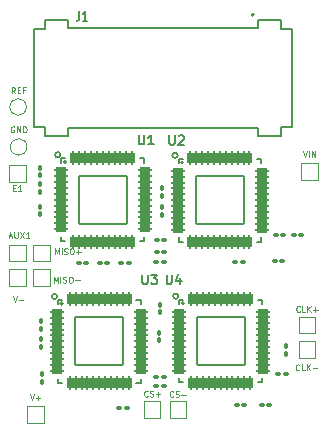
<source format=gbr>
G04 #@! TF.GenerationSoftware,KiCad,Pcbnew,9.0.5*
G04 #@! TF.CreationDate,2025-10-24T14:39:17-07:00*
G04 #@! TF.ProjectId,iris-128b,69726973-2d31-4323-9862-2e6b69636164,rev?*
G04 #@! TF.SameCoordinates,Original*
G04 #@! TF.FileFunction,Legend,Top*
G04 #@! TF.FilePolarity,Positive*
%FSLAX46Y46*%
G04 Gerber Fmt 4.6, Leading zero omitted, Abs format (unit mm)*
G04 Created by KiCad (PCBNEW 9.0.5) date 2025-10-24 14:39:17*
%MOMM*%
%LPD*%
G01*
G04 APERTURE LIST*
G04 Aperture macros list*
%AMRoundRect*
0 Rectangle with rounded corners*
0 $1 Rounding radius*
0 $2 $3 $4 $5 $6 $7 $8 $9 X,Y pos of 4 corners*
0 Add a 4 corners polygon primitive as box body*
4,1,4,$2,$3,$4,$5,$6,$7,$8,$9,$2,$3,0*
0 Add four circle primitives for the rounded corners*
1,1,$1+$1,$2,$3*
1,1,$1+$1,$4,$5*
1,1,$1+$1,$6,$7*
1,1,$1+$1,$8,$9*
0 Add four rect primitives between the rounded corners*
20,1,$1+$1,$2,$3,$4,$5,0*
20,1,$1+$1,$4,$5,$6,$7,0*
20,1,$1+$1,$6,$7,$8,$9,0*
20,1,$1+$1,$8,$9,$2,$3,0*%
G04 Aperture macros list end*
%ADD10C,0.125000*%
%ADD11C,0.150000*%
%ADD12C,0.120000*%
%ADD13C,0.127000*%
%ADD14C,0.200000*%
%ADD15C,0.100000*%
%ADD16R,1.000000X1.000000*%
%ADD17RoundRect,0.100000X-0.100000X0.130000X-0.100000X-0.130000X0.100000X-0.130000X0.100000X0.130000X0*%
%ADD18RoundRect,0.101600X-0.450000X-0.125000X0.450000X-0.125000X0.450000X0.125000X-0.450000X0.125000X0*%
%ADD19RoundRect,0.101600X0.125000X-0.450000X0.125000X0.450000X-0.125000X0.450000X-0.125000X-0.450000X0*%
%ADD20RoundRect,0.101600X0.450000X0.125000X-0.450000X0.125000X-0.450000X-0.125000X0.450000X-0.125000X0*%
%ADD21RoundRect,0.101600X-0.125000X0.450000X-0.125000X-0.450000X0.125000X-0.450000X0.125000X0.450000X0*%
%ADD22RoundRect,0.101600X-2.050000X-2.050000X2.050000X-2.050000X2.050000X2.050000X-2.050000X2.050000X0*%
%ADD23RoundRect,0.100000X0.130000X0.100000X-0.130000X0.100000X-0.130000X-0.100000X0.130000X-0.100000X0*%
%ADD24RoundRect,0.100000X-0.130000X-0.100000X0.130000X-0.100000X0.130000X0.100000X-0.130000X0.100000X0*%
%ADD25C,3.800000*%
%ADD26RoundRect,0.100000X0.100000X-0.130000X0.100000X0.130000X-0.100000X0.130000X-0.100000X-0.130000X0*%
%ADD27C,1.000000*%
%ADD28C,1.450000*%
%ADD29C,0.764000*%
%ADD30RoundRect,0.180400X-0.000010X-0.300000X0.000010X-0.300000X0.000010X0.300000X-0.000010X0.300000X0*%
%ADD31R,1.810000X1.380000*%
%ADD32R,1.950000X1.800000*%
G04 APERTURE END LIST*
D10*
X101879602Y-93506024D02*
X102046269Y-93506024D01*
X102117697Y-93767929D02*
X101879602Y-93767929D01*
X101879602Y-93767929D02*
X101879602Y-93267929D01*
X101879602Y-93267929D02*
X102117697Y-93267929D01*
X102593888Y-93767929D02*
X102308174Y-93767929D01*
X102451031Y-93767929D02*
X102451031Y-93267929D01*
X102451031Y-93267929D02*
X102403412Y-93339358D01*
X102403412Y-93339358D02*
X102355793Y-93386977D01*
X102355793Y-93386977D02*
X102308174Y-93410786D01*
X105340921Y-101509849D02*
X105340921Y-101009849D01*
X105340921Y-101009849D02*
X105507588Y-101366992D01*
X105507588Y-101366992D02*
X105674254Y-101009849D01*
X105674254Y-101009849D02*
X105674254Y-101509849D01*
X105912350Y-101509849D02*
X105912350Y-101009849D01*
X106126636Y-101486040D02*
X106198064Y-101509849D01*
X106198064Y-101509849D02*
X106317112Y-101509849D01*
X106317112Y-101509849D02*
X106364731Y-101486040D01*
X106364731Y-101486040D02*
X106388540Y-101462230D01*
X106388540Y-101462230D02*
X106412350Y-101414611D01*
X106412350Y-101414611D02*
X106412350Y-101366992D01*
X106412350Y-101366992D02*
X106388540Y-101319373D01*
X106388540Y-101319373D02*
X106364731Y-101295563D01*
X106364731Y-101295563D02*
X106317112Y-101271754D01*
X106317112Y-101271754D02*
X106221874Y-101247944D01*
X106221874Y-101247944D02*
X106174255Y-101224135D01*
X106174255Y-101224135D02*
X106150445Y-101200325D01*
X106150445Y-101200325D02*
X106126636Y-101152706D01*
X106126636Y-101152706D02*
X106126636Y-101105087D01*
X106126636Y-101105087D02*
X106150445Y-101057468D01*
X106150445Y-101057468D02*
X106174255Y-101033659D01*
X106174255Y-101033659D02*
X106221874Y-101009849D01*
X106221874Y-101009849D02*
X106340921Y-101009849D01*
X106340921Y-101009849D02*
X106412350Y-101033659D01*
X106721873Y-101009849D02*
X106817111Y-101009849D01*
X106817111Y-101009849D02*
X106864730Y-101033659D01*
X106864730Y-101033659D02*
X106912349Y-101081278D01*
X106912349Y-101081278D02*
X106936159Y-101176516D01*
X106936159Y-101176516D02*
X106936159Y-101343182D01*
X106936159Y-101343182D02*
X106912349Y-101438420D01*
X106912349Y-101438420D02*
X106864730Y-101486040D01*
X106864730Y-101486040D02*
X106817111Y-101509849D01*
X106817111Y-101509849D02*
X106721873Y-101509849D01*
X106721873Y-101509849D02*
X106674254Y-101486040D01*
X106674254Y-101486040D02*
X106626635Y-101438420D01*
X106626635Y-101438420D02*
X106602826Y-101343182D01*
X106602826Y-101343182D02*
X106602826Y-101176516D01*
X106602826Y-101176516D02*
X106626635Y-101081278D01*
X106626635Y-101081278D02*
X106674254Y-101033659D01*
X106674254Y-101033659D02*
X106721873Y-101009849D01*
X107150445Y-101319373D02*
X107531398Y-101319373D01*
X113297542Y-111119310D02*
X113273733Y-111143120D01*
X113273733Y-111143120D02*
X113202304Y-111166929D01*
X113202304Y-111166929D02*
X113154685Y-111166929D01*
X113154685Y-111166929D02*
X113083257Y-111143120D01*
X113083257Y-111143120D02*
X113035638Y-111095500D01*
X113035638Y-111095500D02*
X113011828Y-111047881D01*
X113011828Y-111047881D02*
X112988019Y-110952643D01*
X112988019Y-110952643D02*
X112988019Y-110881215D01*
X112988019Y-110881215D02*
X113011828Y-110785977D01*
X113011828Y-110785977D02*
X113035638Y-110738358D01*
X113035638Y-110738358D02*
X113083257Y-110690739D01*
X113083257Y-110690739D02*
X113154685Y-110666929D01*
X113154685Y-110666929D02*
X113202304Y-110666929D01*
X113202304Y-110666929D02*
X113273733Y-110690739D01*
X113273733Y-110690739D02*
X113297542Y-110714548D01*
X113488019Y-111143120D02*
X113559447Y-111166929D01*
X113559447Y-111166929D02*
X113678495Y-111166929D01*
X113678495Y-111166929D02*
X113726114Y-111143120D01*
X113726114Y-111143120D02*
X113749923Y-111119310D01*
X113749923Y-111119310D02*
X113773733Y-111071691D01*
X113773733Y-111071691D02*
X113773733Y-111024072D01*
X113773733Y-111024072D02*
X113749923Y-110976453D01*
X113749923Y-110976453D02*
X113726114Y-110952643D01*
X113726114Y-110952643D02*
X113678495Y-110928834D01*
X113678495Y-110928834D02*
X113583257Y-110905024D01*
X113583257Y-110905024D02*
X113535638Y-110881215D01*
X113535638Y-110881215D02*
X113511828Y-110857405D01*
X113511828Y-110857405D02*
X113488019Y-110809786D01*
X113488019Y-110809786D02*
X113488019Y-110762167D01*
X113488019Y-110762167D02*
X113511828Y-110714548D01*
X113511828Y-110714548D02*
X113535638Y-110690739D01*
X113535638Y-110690739D02*
X113583257Y-110666929D01*
X113583257Y-110666929D02*
X113702304Y-110666929D01*
X113702304Y-110666929D02*
X113773733Y-110690739D01*
X113988018Y-110976453D02*
X114368971Y-110976453D01*
X114178494Y-111166929D02*
X114178494Y-110785977D01*
D11*
X112832496Y-100838567D02*
X112832496Y-101486186D01*
X112832496Y-101486186D02*
X112870591Y-101562376D01*
X112870591Y-101562376D02*
X112908686Y-101600472D01*
X112908686Y-101600472D02*
X112984877Y-101638567D01*
X112984877Y-101638567D02*
X113137258Y-101638567D01*
X113137258Y-101638567D02*
X113213448Y-101600472D01*
X113213448Y-101600472D02*
X113251543Y-101562376D01*
X113251543Y-101562376D02*
X113289639Y-101486186D01*
X113289639Y-101486186D02*
X113289639Y-100838567D01*
X113594400Y-100838567D02*
X114089638Y-100838567D01*
X114089638Y-100838567D02*
X113822972Y-101143329D01*
X113822972Y-101143329D02*
X113937257Y-101143329D01*
X113937257Y-101143329D02*
X114013448Y-101181424D01*
X114013448Y-101181424D02*
X114051543Y-101219519D01*
X114051543Y-101219519D02*
X114089638Y-101295710D01*
X114089638Y-101295710D02*
X114089638Y-101486186D01*
X114089638Y-101486186D02*
X114051543Y-101562376D01*
X114051543Y-101562376D02*
X114013448Y-101600472D01*
X114013448Y-101600472D02*
X113937257Y-101638567D01*
X113937257Y-101638567D02*
X113708686Y-101638567D01*
X113708686Y-101638567D02*
X113632495Y-101600472D01*
X113632495Y-101600472D02*
X113594400Y-101562376D01*
D10*
X105442521Y-99122249D02*
X105442521Y-98622249D01*
X105442521Y-98622249D02*
X105609188Y-98979392D01*
X105609188Y-98979392D02*
X105775854Y-98622249D01*
X105775854Y-98622249D02*
X105775854Y-99122249D01*
X106013950Y-99122249D02*
X106013950Y-98622249D01*
X106228236Y-99098440D02*
X106299664Y-99122249D01*
X106299664Y-99122249D02*
X106418712Y-99122249D01*
X106418712Y-99122249D02*
X106466331Y-99098440D01*
X106466331Y-99098440D02*
X106490140Y-99074630D01*
X106490140Y-99074630D02*
X106513950Y-99027011D01*
X106513950Y-99027011D02*
X106513950Y-98979392D01*
X106513950Y-98979392D02*
X106490140Y-98931773D01*
X106490140Y-98931773D02*
X106466331Y-98907963D01*
X106466331Y-98907963D02*
X106418712Y-98884154D01*
X106418712Y-98884154D02*
X106323474Y-98860344D01*
X106323474Y-98860344D02*
X106275855Y-98836535D01*
X106275855Y-98836535D02*
X106252045Y-98812725D01*
X106252045Y-98812725D02*
X106228236Y-98765106D01*
X106228236Y-98765106D02*
X106228236Y-98717487D01*
X106228236Y-98717487D02*
X106252045Y-98669868D01*
X106252045Y-98669868D02*
X106275855Y-98646059D01*
X106275855Y-98646059D02*
X106323474Y-98622249D01*
X106323474Y-98622249D02*
X106442521Y-98622249D01*
X106442521Y-98622249D02*
X106513950Y-98646059D01*
X106823473Y-98622249D02*
X106918711Y-98622249D01*
X106918711Y-98622249D02*
X106966330Y-98646059D01*
X106966330Y-98646059D02*
X107013949Y-98693678D01*
X107013949Y-98693678D02*
X107037759Y-98788916D01*
X107037759Y-98788916D02*
X107037759Y-98955582D01*
X107037759Y-98955582D02*
X107013949Y-99050820D01*
X107013949Y-99050820D02*
X106966330Y-99098440D01*
X106966330Y-99098440D02*
X106918711Y-99122249D01*
X106918711Y-99122249D02*
X106823473Y-99122249D01*
X106823473Y-99122249D02*
X106775854Y-99098440D01*
X106775854Y-99098440D02*
X106728235Y-99050820D01*
X106728235Y-99050820D02*
X106704426Y-98955582D01*
X106704426Y-98955582D02*
X106704426Y-98788916D01*
X106704426Y-98788916D02*
X106728235Y-98693678D01*
X106728235Y-98693678D02*
X106775854Y-98646059D01*
X106775854Y-98646059D02*
X106823473Y-98622249D01*
X107252045Y-98931773D02*
X107632998Y-98931773D01*
X107442521Y-99122249D02*
X107442521Y-98741297D01*
X101565818Y-97592552D02*
X101803913Y-97592552D01*
X101518199Y-97735409D02*
X101684865Y-97235409D01*
X101684865Y-97235409D02*
X101851532Y-97735409D01*
X102018198Y-97235409D02*
X102018198Y-97640171D01*
X102018198Y-97640171D02*
X102042008Y-97687790D01*
X102042008Y-97687790D02*
X102065817Y-97711600D01*
X102065817Y-97711600D02*
X102113436Y-97735409D01*
X102113436Y-97735409D02*
X102208674Y-97735409D01*
X102208674Y-97735409D02*
X102256293Y-97711600D01*
X102256293Y-97711600D02*
X102280103Y-97687790D01*
X102280103Y-97687790D02*
X102303912Y-97640171D01*
X102303912Y-97640171D02*
X102303912Y-97235409D01*
X102494389Y-97235409D02*
X102827722Y-97735409D01*
X102827722Y-97235409D02*
X102494389Y-97735409D01*
X103280103Y-97735409D02*
X102994389Y-97735409D01*
X103137246Y-97735409D02*
X103137246Y-97235409D01*
X103137246Y-97235409D02*
X103089627Y-97306838D01*
X103089627Y-97306838D02*
X103042008Y-97354457D01*
X103042008Y-97354457D02*
X102994389Y-97378266D01*
X126189656Y-103956510D02*
X126165847Y-103980320D01*
X126165847Y-103980320D02*
X126094418Y-104004129D01*
X126094418Y-104004129D02*
X126046799Y-104004129D01*
X126046799Y-104004129D02*
X125975371Y-103980320D01*
X125975371Y-103980320D02*
X125927752Y-103932700D01*
X125927752Y-103932700D02*
X125903942Y-103885081D01*
X125903942Y-103885081D02*
X125880133Y-103789843D01*
X125880133Y-103789843D02*
X125880133Y-103718415D01*
X125880133Y-103718415D02*
X125903942Y-103623177D01*
X125903942Y-103623177D02*
X125927752Y-103575558D01*
X125927752Y-103575558D02*
X125975371Y-103527939D01*
X125975371Y-103527939D02*
X126046799Y-103504129D01*
X126046799Y-103504129D02*
X126094418Y-103504129D01*
X126094418Y-103504129D02*
X126165847Y-103527939D01*
X126165847Y-103527939D02*
X126189656Y-103551748D01*
X126642037Y-104004129D02*
X126403942Y-104004129D01*
X126403942Y-104004129D02*
X126403942Y-103504129D01*
X126808704Y-104004129D02*
X126808704Y-103504129D01*
X127094418Y-104004129D02*
X126880133Y-103718415D01*
X127094418Y-103504129D02*
X126808704Y-103789843D01*
X127308704Y-103813653D02*
X127689657Y-103813653D01*
X127499180Y-104004129D02*
X127499180Y-103623177D01*
X101901050Y-102650689D02*
X102067716Y-103150689D01*
X102067716Y-103150689D02*
X102234383Y-102650689D01*
X102401049Y-102960213D02*
X102782002Y-102960213D01*
X126475241Y-90377209D02*
X126641907Y-90877209D01*
X126641907Y-90877209D02*
X126808574Y-90377209D01*
X126975240Y-90877209D02*
X126975240Y-90377209D01*
X127213335Y-90877209D02*
X127213335Y-90377209D01*
X127213335Y-90377209D02*
X127499049Y-90877209D01*
X127499049Y-90877209D02*
X127499049Y-90377209D01*
D11*
X114893960Y-100859903D02*
X114893960Y-101507522D01*
X114893960Y-101507522D02*
X114932055Y-101583712D01*
X114932055Y-101583712D02*
X114970150Y-101621808D01*
X114970150Y-101621808D02*
X115046341Y-101659903D01*
X115046341Y-101659903D02*
X115198722Y-101659903D01*
X115198722Y-101659903D02*
X115274912Y-101621808D01*
X115274912Y-101621808D02*
X115313007Y-101583712D01*
X115313007Y-101583712D02*
X115351103Y-101507522D01*
X115351103Y-101507522D02*
X115351103Y-100859903D01*
X116074912Y-101126569D02*
X116074912Y-101659903D01*
X115884436Y-100821808D02*
X115693959Y-101393236D01*
X115693959Y-101393236D02*
X116189198Y-101393236D01*
D10*
X101996287Y-88323499D02*
X101948668Y-88299689D01*
X101948668Y-88299689D02*
X101877239Y-88299689D01*
X101877239Y-88299689D02*
X101805811Y-88323499D01*
X101805811Y-88323499D02*
X101758192Y-88371118D01*
X101758192Y-88371118D02*
X101734382Y-88418737D01*
X101734382Y-88418737D02*
X101710573Y-88513975D01*
X101710573Y-88513975D02*
X101710573Y-88585403D01*
X101710573Y-88585403D02*
X101734382Y-88680641D01*
X101734382Y-88680641D02*
X101758192Y-88728260D01*
X101758192Y-88728260D02*
X101805811Y-88775880D01*
X101805811Y-88775880D02*
X101877239Y-88799689D01*
X101877239Y-88799689D02*
X101924858Y-88799689D01*
X101924858Y-88799689D02*
X101996287Y-88775880D01*
X101996287Y-88775880D02*
X102020096Y-88752070D01*
X102020096Y-88752070D02*
X102020096Y-88585403D01*
X102020096Y-88585403D02*
X101924858Y-88585403D01*
X102234382Y-88799689D02*
X102234382Y-88299689D01*
X102234382Y-88299689D02*
X102520096Y-88799689D01*
X102520096Y-88799689D02*
X102520096Y-88299689D01*
X102758192Y-88799689D02*
X102758192Y-88299689D01*
X102758192Y-88299689D02*
X102877240Y-88299689D01*
X102877240Y-88299689D02*
X102948668Y-88323499D01*
X102948668Y-88323499D02*
X102996287Y-88371118D01*
X102996287Y-88371118D02*
X103020097Y-88418737D01*
X103020097Y-88418737D02*
X103043906Y-88513975D01*
X103043906Y-88513975D02*
X103043906Y-88585403D01*
X103043906Y-88585403D02*
X103020097Y-88680641D01*
X103020097Y-88680641D02*
X102996287Y-88728260D01*
X102996287Y-88728260D02*
X102948668Y-88775880D01*
X102948668Y-88775880D02*
X102877240Y-88799689D01*
X102877240Y-88799689D02*
X102758192Y-88799689D01*
X102066125Y-85492609D02*
X101899459Y-85254514D01*
X101780411Y-85492609D02*
X101780411Y-84992609D01*
X101780411Y-84992609D02*
X101970887Y-84992609D01*
X101970887Y-84992609D02*
X102018506Y-85016419D01*
X102018506Y-85016419D02*
X102042316Y-85040228D01*
X102042316Y-85040228D02*
X102066125Y-85087847D01*
X102066125Y-85087847D02*
X102066125Y-85159276D01*
X102066125Y-85159276D02*
X102042316Y-85206895D01*
X102042316Y-85206895D02*
X102018506Y-85230704D01*
X102018506Y-85230704D02*
X101970887Y-85254514D01*
X101970887Y-85254514D02*
X101780411Y-85254514D01*
X102280411Y-85230704D02*
X102447078Y-85230704D01*
X102518506Y-85492609D02*
X102280411Y-85492609D01*
X102280411Y-85492609D02*
X102280411Y-84992609D01*
X102280411Y-84992609D02*
X102518506Y-84992609D01*
X102899459Y-85230704D02*
X102732792Y-85230704D01*
X102732792Y-85492609D02*
X102732792Y-84992609D01*
X102732792Y-84992609D02*
X102970887Y-84992609D01*
X103323810Y-110976809D02*
X103490476Y-111476809D01*
X103490476Y-111476809D02*
X103657143Y-110976809D01*
X103823809Y-111286333D02*
X104204762Y-111286333D01*
X104014285Y-111476809D02*
X104014285Y-111095857D01*
D11*
X115124592Y-89034679D02*
X115124592Y-89682298D01*
X115124592Y-89682298D02*
X115162687Y-89758488D01*
X115162687Y-89758488D02*
X115200782Y-89796584D01*
X115200782Y-89796584D02*
X115276973Y-89834679D01*
X115276973Y-89834679D02*
X115429354Y-89834679D01*
X115429354Y-89834679D02*
X115505544Y-89796584D01*
X115505544Y-89796584D02*
X115543639Y-89758488D01*
X115543639Y-89758488D02*
X115581735Y-89682298D01*
X115581735Y-89682298D02*
X115581735Y-89034679D01*
X115924591Y-89110869D02*
X115962687Y-89072774D01*
X115962687Y-89072774D02*
X116038877Y-89034679D01*
X116038877Y-89034679D02*
X116229353Y-89034679D01*
X116229353Y-89034679D02*
X116305544Y-89072774D01*
X116305544Y-89072774D02*
X116343639Y-89110869D01*
X116343639Y-89110869D02*
X116381734Y-89187060D01*
X116381734Y-89187060D02*
X116381734Y-89263250D01*
X116381734Y-89263250D02*
X116343639Y-89377536D01*
X116343639Y-89377536D02*
X115886496Y-89834679D01*
X115886496Y-89834679D02*
X116381734Y-89834679D01*
D10*
X126154096Y-108899350D02*
X126130287Y-108923160D01*
X126130287Y-108923160D02*
X126058858Y-108946969D01*
X126058858Y-108946969D02*
X126011239Y-108946969D01*
X126011239Y-108946969D02*
X125939811Y-108923160D01*
X125939811Y-108923160D02*
X125892192Y-108875540D01*
X125892192Y-108875540D02*
X125868382Y-108827921D01*
X125868382Y-108827921D02*
X125844573Y-108732683D01*
X125844573Y-108732683D02*
X125844573Y-108661255D01*
X125844573Y-108661255D02*
X125868382Y-108566017D01*
X125868382Y-108566017D02*
X125892192Y-108518398D01*
X125892192Y-108518398D02*
X125939811Y-108470779D01*
X125939811Y-108470779D02*
X126011239Y-108446969D01*
X126011239Y-108446969D02*
X126058858Y-108446969D01*
X126058858Y-108446969D02*
X126130287Y-108470779D01*
X126130287Y-108470779D02*
X126154096Y-108494588D01*
X126606477Y-108946969D02*
X126368382Y-108946969D01*
X126368382Y-108946969D02*
X126368382Y-108446969D01*
X126773144Y-108946969D02*
X126773144Y-108446969D01*
X127058858Y-108946969D02*
X126844573Y-108661255D01*
X127058858Y-108446969D02*
X126773144Y-108732683D01*
X127273144Y-108756493D02*
X127654097Y-108756493D01*
D11*
X112549032Y-89020455D02*
X112549032Y-89668074D01*
X112549032Y-89668074D02*
X112587127Y-89744264D01*
X112587127Y-89744264D02*
X112625222Y-89782360D01*
X112625222Y-89782360D02*
X112701413Y-89820455D01*
X112701413Y-89820455D02*
X112853794Y-89820455D01*
X112853794Y-89820455D02*
X112929984Y-89782360D01*
X112929984Y-89782360D02*
X112968079Y-89744264D01*
X112968079Y-89744264D02*
X113006175Y-89668074D01*
X113006175Y-89668074D02*
X113006175Y-89020455D01*
X113806174Y-89820455D02*
X113349031Y-89820455D01*
X113577603Y-89820455D02*
X113577603Y-89020455D01*
X113577603Y-89020455D02*
X113501412Y-89134740D01*
X113501412Y-89134740D02*
X113425222Y-89210931D01*
X113425222Y-89210931D02*
X113349031Y-89249026D01*
X107524999Y-78562295D02*
X107524999Y-79133723D01*
X107524999Y-79133723D02*
X107496428Y-79248009D01*
X107496428Y-79248009D02*
X107439285Y-79324200D01*
X107439285Y-79324200D02*
X107353571Y-79362295D01*
X107353571Y-79362295D02*
X107296428Y-79362295D01*
X108124999Y-79362295D02*
X107782142Y-79362295D01*
X107953571Y-79362295D02*
X107953571Y-78562295D01*
X107953571Y-78562295D02*
X107896428Y-78676580D01*
X107896428Y-78676580D02*
X107839285Y-78752771D01*
X107839285Y-78752771D02*
X107782142Y-78790866D01*
D10*
X115466702Y-111149790D02*
X115442893Y-111173600D01*
X115442893Y-111173600D02*
X115371464Y-111197409D01*
X115371464Y-111197409D02*
X115323845Y-111197409D01*
X115323845Y-111197409D02*
X115252417Y-111173600D01*
X115252417Y-111173600D02*
X115204798Y-111125980D01*
X115204798Y-111125980D02*
X115180988Y-111078361D01*
X115180988Y-111078361D02*
X115157179Y-110983123D01*
X115157179Y-110983123D02*
X115157179Y-110911695D01*
X115157179Y-110911695D02*
X115180988Y-110816457D01*
X115180988Y-110816457D02*
X115204798Y-110768838D01*
X115204798Y-110768838D02*
X115252417Y-110721219D01*
X115252417Y-110721219D02*
X115323845Y-110697409D01*
X115323845Y-110697409D02*
X115371464Y-110697409D01*
X115371464Y-110697409D02*
X115442893Y-110721219D01*
X115442893Y-110721219D02*
X115466702Y-110745028D01*
X115657179Y-111173600D02*
X115728607Y-111197409D01*
X115728607Y-111197409D02*
X115847655Y-111197409D01*
X115847655Y-111197409D02*
X115895274Y-111173600D01*
X115895274Y-111173600D02*
X115919083Y-111149790D01*
X115919083Y-111149790D02*
X115942893Y-111102171D01*
X115942893Y-111102171D02*
X115942893Y-111054552D01*
X115942893Y-111054552D02*
X115919083Y-111006933D01*
X115919083Y-111006933D02*
X115895274Y-110983123D01*
X115895274Y-110983123D02*
X115847655Y-110959314D01*
X115847655Y-110959314D02*
X115752417Y-110935504D01*
X115752417Y-110935504D02*
X115704798Y-110911695D01*
X115704798Y-110911695D02*
X115680988Y-110887885D01*
X115680988Y-110887885D02*
X115657179Y-110840266D01*
X115657179Y-110840266D02*
X115657179Y-110792647D01*
X115657179Y-110792647D02*
X115680988Y-110745028D01*
X115680988Y-110745028D02*
X115704798Y-110721219D01*
X115704798Y-110721219D02*
X115752417Y-110697409D01*
X115752417Y-110697409D02*
X115871464Y-110697409D01*
X115871464Y-110697409D02*
X115942893Y-110721219D01*
X116157178Y-111006933D02*
X116538131Y-111006933D01*
D12*
X101560000Y-91580000D02*
X102960000Y-91580000D01*
X101560000Y-92980000D02*
X101560000Y-91580000D01*
X102960000Y-91580000D02*
X102960000Y-92980000D01*
X102960000Y-92980000D02*
X101560000Y-92980000D01*
X103625000Y-100375000D02*
X105025000Y-100375000D01*
X103625000Y-101775000D02*
X103625000Y-100375000D01*
X105025000Y-100375000D02*
X105025000Y-101775000D01*
X105025000Y-101775000D02*
X103625000Y-101775000D01*
X112950000Y-111550000D02*
X114350000Y-111550000D01*
X112950000Y-112950000D02*
X112950000Y-111550000D01*
X114350000Y-111550000D02*
X114350000Y-112950000D01*
X114350000Y-112950000D02*
X112950000Y-112950000D01*
D13*
X105702220Y-102990240D02*
X105702220Y-103340240D01*
X105702220Y-102990240D02*
X106052220Y-102990240D01*
X105702220Y-109990240D02*
X105702220Y-109640240D01*
X105702220Y-109990240D02*
X106052220Y-109990240D01*
X112702220Y-102990240D02*
X112352220Y-102990240D01*
X112702220Y-102990240D02*
X112702220Y-103340240D01*
X112702220Y-109990240D02*
X112352220Y-109990240D01*
X112702220Y-109990240D02*
X112702220Y-109640240D01*
X105625820Y-102690240D02*
G75*
G02*
X105178620Y-102690240I-223600J0D01*
G01*
X105178620Y-102690240D02*
G75*
G02*
X105625820Y-102690240I223600J0D01*
G01*
X106102220Y-103290240D02*
G75*
G02*
X105902220Y-103290240I-100000J0D01*
G01*
X105902220Y-103290240D02*
G75*
G02*
X106102220Y-103290240I100000J0D01*
G01*
D12*
X103600000Y-98300000D02*
X105000000Y-98300000D01*
X103600000Y-99700000D02*
X103600000Y-98300000D01*
X105000000Y-98300000D02*
X105000000Y-99700000D01*
X105000000Y-99700000D02*
X103600000Y-99700000D01*
X101600000Y-98300000D02*
X103000000Y-98300000D01*
X101600000Y-99700000D02*
X101600000Y-98300000D01*
X103000000Y-98300000D02*
X103000000Y-99700000D01*
X103000000Y-99700000D02*
X101600000Y-99700000D01*
X126075000Y-104425000D02*
X127475000Y-104425000D01*
X126075000Y-105825000D02*
X126075000Y-104425000D01*
X127475000Y-104425000D02*
X127475000Y-105825000D01*
X127475000Y-105825000D02*
X126075000Y-105825000D01*
X101590880Y-100371680D02*
X102990880Y-100371680D01*
X101590880Y-101771680D02*
X101590880Y-100371680D01*
X102990880Y-100371680D02*
X102990880Y-101771680D01*
X102990880Y-101771680D02*
X101590880Y-101771680D01*
X126322860Y-91400400D02*
X127722860Y-91400400D01*
X126322860Y-92800400D02*
X126322860Y-91400400D01*
X127722860Y-91400400D02*
X127722860Y-92800400D01*
X127722860Y-92800400D02*
X126322860Y-92800400D01*
D13*
X115975130Y-102968810D02*
X115975130Y-103318810D01*
X115975130Y-102968810D02*
X116325130Y-102968810D01*
X115975130Y-109968810D02*
X115975130Y-109618810D01*
X115975130Y-109968810D02*
X116325130Y-109968810D01*
X122975130Y-102968810D02*
X122625130Y-102968810D01*
X122975130Y-102968810D02*
X122975130Y-103318810D01*
X122975130Y-109968810D02*
X122625130Y-109968810D01*
X122975130Y-109968810D02*
X122975130Y-109618810D01*
X115898730Y-102668810D02*
G75*
G02*
X115451530Y-102668810I-223600J0D01*
G01*
X115451530Y-102668810D02*
G75*
G02*
X115898730Y-102668810I223600J0D01*
G01*
X116375130Y-103268810D02*
G75*
G02*
X116175130Y-103268810I-100000J0D01*
G01*
X116175130Y-103268810D02*
G75*
G02*
X116375130Y-103268810I100000J0D01*
G01*
D12*
X103080000Y-90030000D02*
G75*
G02*
X101680000Y-90030000I-700000J0D01*
G01*
X101680000Y-90030000D02*
G75*
G02*
X103080000Y-90030000I700000J0D01*
G01*
X103034060Y-86647020D02*
G75*
G02*
X101634060Y-86647020I-700000J0D01*
G01*
X101634060Y-86647020D02*
G75*
G02*
X103034060Y-86647020I700000J0D01*
G01*
X103100000Y-112000000D02*
X104500000Y-112000000D01*
X103100000Y-113400000D02*
X103100000Y-112000000D01*
X104500000Y-112000000D02*
X104500000Y-113400000D01*
X104500000Y-113400000D02*
X103100000Y-113400000D01*
D13*
X115914400Y-91045280D02*
X115914400Y-91395280D01*
X115914400Y-91045280D02*
X116264400Y-91045280D01*
X115914400Y-98045280D02*
X115914400Y-97695280D01*
X115914400Y-98045280D02*
X116264400Y-98045280D01*
X122914400Y-91045280D02*
X122564400Y-91045280D01*
X122914400Y-91045280D02*
X122914400Y-91395280D01*
X122914400Y-98045280D02*
X122564400Y-98045280D01*
X122914400Y-98045280D02*
X122914400Y-97695280D01*
X115838000Y-90745280D02*
G75*
G02*
X115390800Y-90745280I-223600J0D01*
G01*
X115390800Y-90745280D02*
G75*
G02*
X115838000Y-90745280I223600J0D01*
G01*
X116314400Y-91345280D02*
G75*
G02*
X116114400Y-91345280I-100000J0D01*
G01*
X116114400Y-91345280D02*
G75*
G02*
X116314400Y-91345280I100000J0D01*
G01*
D12*
X126075000Y-106475000D02*
X127475000Y-106475000D01*
X126075000Y-107875000D02*
X126075000Y-106475000D01*
X127475000Y-106475000D02*
X127475000Y-107875000D01*
X127475000Y-107875000D02*
X126075000Y-107875000D01*
X126075000Y-104425000D02*
X127475000Y-104425000D01*
X126075000Y-105825000D02*
X126075000Y-104425000D01*
X127475000Y-104425000D02*
X127475000Y-105825000D01*
X127475000Y-105825000D02*
X126075000Y-105825000D01*
D13*
X105992120Y-91000000D02*
X105992120Y-91350000D01*
X105992120Y-91000000D02*
X106342120Y-91000000D01*
X105992120Y-98000000D02*
X105992120Y-97650000D01*
X105992120Y-98000000D02*
X106342120Y-98000000D01*
X112992120Y-91000000D02*
X112642120Y-91000000D01*
X112992120Y-91000000D02*
X112992120Y-91350000D01*
X112992120Y-98000000D02*
X112642120Y-98000000D01*
X112992120Y-98000000D02*
X112992120Y-97650000D01*
X105915720Y-90700000D02*
G75*
G02*
X105468520Y-90700000I-223600J0D01*
G01*
X105468520Y-90700000D02*
G75*
G02*
X105915720Y-90700000I223600J0D01*
G01*
X106392120Y-91300000D02*
G75*
G02*
X106192120Y-91300000I-100000J0D01*
G01*
X106192120Y-91300000D02*
G75*
G02*
X106392120Y-91300000I100000J0D01*
G01*
D14*
X103680000Y-80050000D02*
X103680000Y-88350000D01*
X103680000Y-88350000D02*
X104630000Y-88350000D01*
X104630000Y-79300000D02*
X104630000Y-80050000D01*
X104630000Y-80050000D02*
X103680000Y-80050000D01*
X104630000Y-88350000D02*
X104630000Y-89100000D01*
X104630000Y-89100000D02*
X106580000Y-89100000D01*
X106580000Y-79300000D02*
X104630000Y-79300000D01*
X106580000Y-79970000D02*
X106580000Y-79300000D01*
X106580000Y-79970000D02*
X122620000Y-79970000D01*
X106580000Y-88430000D02*
X122620000Y-88430000D01*
X106580000Y-89100000D02*
X106580000Y-88430000D01*
X122620000Y-79300000D02*
X122620000Y-79970000D01*
X122620000Y-88430000D02*
X122620000Y-89100000D01*
X122620000Y-89100000D02*
X124570000Y-89100000D01*
X124570000Y-79300000D02*
X122620000Y-79300000D01*
X124570000Y-80050000D02*
X124570000Y-79300000D01*
X124570000Y-88350000D02*
X125520000Y-88350000D01*
X124570000Y-89100000D02*
X124570000Y-88350000D01*
X125520000Y-80050000D02*
X124570000Y-80050000D01*
X125520000Y-80050000D02*
X125520000Y-88350000D01*
X122300000Y-78850000D02*
G75*
G02*
X122100000Y-78850000I-100000J0D01*
G01*
X122100000Y-78850000D02*
G75*
G02*
X122300000Y-78850000I100000J0D01*
G01*
D12*
X115175000Y-111550000D02*
X116575000Y-111550000D01*
X115175000Y-112950000D02*
X115175000Y-111550000D01*
X116575000Y-111550000D02*
X116575000Y-112950000D01*
X116575000Y-112950000D02*
X115175000Y-112950000D01*
%LPC*%
D15*
X102055000Y-118950000D02*
X104005000Y-118950000D01*
X104005000Y-120750000D01*
X102055000Y-120750000D01*
X102055000Y-118950000D01*
X102105000Y-114510000D02*
X103915000Y-114510000D01*
X103915000Y-115890000D01*
X102105000Y-115890000D01*
X102105000Y-114510000D01*
X125325000Y-118950000D02*
X127275000Y-118950000D01*
X127275000Y-120750000D01*
X125325000Y-120750000D01*
X125325000Y-118950000D01*
X125445000Y-114490000D02*
X127255000Y-114490000D01*
X127255000Y-115870000D01*
X125445000Y-115870000D01*
X125445000Y-114490000D01*
D16*
X102260000Y-92280000D03*
D17*
X114500000Y-95155000D03*
X114500000Y-95795000D03*
D16*
X104325000Y-101075000D03*
X113650000Y-112250000D03*
D18*
X105652220Y-103990240D03*
X105652220Y-104490240D03*
X105652220Y-104990240D03*
X105652220Y-105490240D03*
X105652220Y-105990240D03*
X105652220Y-106490240D03*
X105652220Y-106990240D03*
X105652220Y-107490240D03*
X105652220Y-107990240D03*
X105652220Y-108490240D03*
X105652220Y-108990240D03*
D19*
X106702220Y-110040240D03*
X107202220Y-110040240D03*
X107702220Y-110040240D03*
X108202220Y-110040240D03*
X108702220Y-110040240D03*
X109202220Y-110040240D03*
X109702220Y-110040240D03*
X110202220Y-110040240D03*
X110702220Y-110040240D03*
X111202220Y-110040240D03*
X111702220Y-110040240D03*
D20*
X112752220Y-108990240D03*
X112752220Y-108490240D03*
X112752220Y-107990240D03*
X112752220Y-107490240D03*
X112752220Y-106990240D03*
X112752220Y-106490240D03*
X112752220Y-105990240D03*
X112752220Y-105490240D03*
X112752220Y-104990240D03*
X112752220Y-104490240D03*
X112752220Y-103990240D03*
D21*
X111702220Y-102940240D03*
X111202220Y-102940240D03*
X110702220Y-102940240D03*
X110202220Y-102940240D03*
X109702220Y-102940240D03*
X109202220Y-102940240D03*
X108702220Y-102940240D03*
X108202220Y-102940240D03*
X107702220Y-102940240D03*
X107202220Y-102940240D03*
X106702220Y-102940240D03*
D22*
X109202220Y-106490240D03*
D16*
X104300000Y-99000000D03*
X102300000Y-99000000D03*
D17*
X104275000Y-106330000D03*
X104275000Y-106970000D03*
X104200000Y-95105000D03*
X104200000Y-95745000D03*
D16*
X126775000Y-105125000D03*
D23*
X108108030Y-99832870D03*
X107468030Y-99832870D03*
D24*
X110878380Y-112102900D03*
X111518380Y-112102900D03*
D16*
X102290880Y-101071680D03*
D24*
X109248570Y-99843550D03*
X109888570Y-99843550D03*
X111048570Y-99843550D03*
X111688570Y-99843550D03*
D25*
X96650000Y-82485000D03*
D24*
X114079020Y-97886520D03*
X114719020Y-97886520D03*
D26*
X104300000Y-105445000D03*
X104300000Y-104805000D03*
D16*
X127022860Y-92100400D03*
D18*
X115925130Y-103968810D03*
X115925130Y-104468810D03*
X115925130Y-104968810D03*
X115925130Y-105468810D03*
X115925130Y-105968810D03*
X115925130Y-106468810D03*
X115925130Y-106968810D03*
X115925130Y-107468810D03*
X115925130Y-107968810D03*
X115925130Y-108468810D03*
X115925130Y-108968810D03*
D19*
X116975130Y-110018810D03*
X117475130Y-110018810D03*
X117975130Y-110018810D03*
X118475130Y-110018810D03*
X118975130Y-110018810D03*
X119475130Y-110018810D03*
X119975130Y-110018810D03*
X120475130Y-110018810D03*
X120975130Y-110018810D03*
X121475130Y-110018810D03*
X121975130Y-110018810D03*
D20*
X123025130Y-108968810D03*
X123025130Y-108468810D03*
X123025130Y-107968810D03*
X123025130Y-107468810D03*
X123025130Y-106968810D03*
X123025130Y-106468810D03*
X123025130Y-105968810D03*
X123025130Y-105468810D03*
X123025130Y-104968810D03*
X123025130Y-104468810D03*
X123025130Y-103968810D03*
D21*
X121975130Y-102918810D03*
X121475130Y-102918810D03*
X120975130Y-102918810D03*
X120475130Y-102918810D03*
X119975130Y-102918810D03*
X119475130Y-102918810D03*
X118975130Y-102918810D03*
X118475130Y-102918810D03*
X117975130Y-102918810D03*
X117475130Y-102918810D03*
X116975130Y-102918810D03*
D22*
X119475130Y-106468810D03*
D27*
X102380000Y-90030000D03*
D24*
X122955000Y-111850000D03*
X123595000Y-111850000D03*
X120844970Y-111856150D03*
X121484970Y-111856150D03*
D26*
X114325000Y-104045000D03*
X114325000Y-103405000D03*
D27*
X102334060Y-86647020D03*
D23*
X114645000Y-99800000D03*
X114005000Y-99800000D03*
D16*
X103800000Y-112700000D03*
D18*
X115864400Y-92045280D03*
X115864400Y-92545280D03*
X115864400Y-93045280D03*
X115864400Y-93545280D03*
X115864400Y-94045280D03*
X115864400Y-94545280D03*
X115864400Y-95045280D03*
X115864400Y-95545280D03*
X115864400Y-96045280D03*
X115864400Y-96545280D03*
X115864400Y-97045280D03*
D19*
X116914400Y-98095280D03*
X117414400Y-98095280D03*
X117914400Y-98095280D03*
X118414400Y-98095280D03*
X118914400Y-98095280D03*
X119414400Y-98095280D03*
X119914400Y-98095280D03*
X120414400Y-98095280D03*
X120914400Y-98095280D03*
X121414400Y-98095280D03*
X121914400Y-98095280D03*
D20*
X122964400Y-97045280D03*
X122964400Y-96545280D03*
X122964400Y-96045280D03*
X122964400Y-95545280D03*
X122964400Y-95045280D03*
X122964400Y-94545280D03*
X122964400Y-94045280D03*
X122964400Y-93545280D03*
X122964400Y-93045280D03*
X122964400Y-92545280D03*
X122964400Y-92045280D03*
D21*
X121914400Y-90995280D03*
X121414400Y-90995280D03*
X120914400Y-90995280D03*
X120414400Y-90995280D03*
X119914400Y-90995280D03*
X119414400Y-90995280D03*
X118914400Y-90995280D03*
X118414400Y-90995280D03*
X117914400Y-90995280D03*
X117414400Y-90995280D03*
X116914400Y-90995280D03*
D22*
X119414400Y-94545280D03*
D16*
X126775000Y-107175000D03*
D26*
X104350000Y-109895000D03*
X104350000Y-109255000D03*
D17*
X104225000Y-91780000D03*
X104225000Y-92420000D03*
D26*
X104225000Y-93845000D03*
X104225000Y-93205000D03*
D24*
X114030000Y-109470000D03*
X114670000Y-109470000D03*
X125655000Y-97475000D03*
X126295000Y-97475000D03*
X120723570Y-99743550D03*
X121363570Y-99743550D03*
D26*
X114497104Y-94150648D03*
X114497104Y-93510648D03*
D25*
X132650000Y-82485000D03*
D16*
X126775000Y-105125000D03*
D26*
X114300000Y-106395000D03*
X114300000Y-105755000D03*
D18*
X105942120Y-92000000D03*
X105942120Y-92500000D03*
X105942120Y-93000000D03*
X105942120Y-93500000D03*
X105942120Y-94000000D03*
X105942120Y-94500000D03*
X105942120Y-95000000D03*
X105942120Y-95500000D03*
X105942120Y-96000000D03*
X105942120Y-96500000D03*
X105942120Y-97000000D03*
D19*
X106992120Y-98050000D03*
X107492120Y-98050000D03*
X107992120Y-98050000D03*
X108492120Y-98050000D03*
X108992120Y-98050000D03*
X109492120Y-98050000D03*
X109992120Y-98050000D03*
X110492120Y-98050000D03*
X110992120Y-98050000D03*
X111492120Y-98050000D03*
X111992120Y-98050000D03*
D20*
X113042120Y-97000000D03*
X113042120Y-96500000D03*
X113042120Y-96000000D03*
X113042120Y-95500000D03*
X113042120Y-95000000D03*
X113042120Y-94500000D03*
X113042120Y-94000000D03*
X113042120Y-93500000D03*
X113042120Y-93000000D03*
X113042120Y-92500000D03*
X113042120Y-92000000D03*
D21*
X111992120Y-90950000D03*
X111492120Y-90950000D03*
X110992120Y-90950000D03*
X110492120Y-90950000D03*
X109992120Y-90950000D03*
X109492120Y-90950000D03*
X108992120Y-90950000D03*
X108492120Y-90950000D03*
X107992120Y-90950000D03*
X107492120Y-90950000D03*
X106992120Y-90950000D03*
D22*
X109492120Y-94500000D03*
D24*
X124130000Y-97500000D03*
X124770000Y-97500000D03*
X124339270Y-109240000D03*
X124979270Y-109240000D03*
D28*
X105320000Y-86450000D03*
X123880000Y-84200000D03*
D29*
X107000000Y-84600000D03*
X107000000Y-85800000D03*
X122200000Y-82600000D03*
X122200000Y-83800000D03*
X108600000Y-80600000D03*
X108600000Y-81800000D03*
X108600000Y-82600000D03*
X108600000Y-83800000D03*
X108600000Y-84600000D03*
X108600000Y-85800000D03*
X108600000Y-86600000D03*
X108600000Y-87800000D03*
X109400000Y-80600000D03*
X109400000Y-81800000D03*
X109400000Y-87800000D03*
X109400000Y-86600000D03*
X109400000Y-85800000D03*
X109400000Y-84600000D03*
X109400000Y-83800000D03*
X109400000Y-82600000D03*
X119800000Y-80600000D03*
X119800000Y-81800000D03*
X119800000Y-82600000D03*
X119800000Y-83800000D03*
X119800000Y-84600000D03*
X119800000Y-85800000D03*
X119800000Y-86600000D03*
X119800000Y-87800000D03*
X120600000Y-87800000D03*
X120600000Y-86600000D03*
X120600000Y-85800000D03*
X120600000Y-84600000D03*
X120600000Y-83800000D03*
X120600000Y-82600000D03*
X120600000Y-81800000D03*
X120600000Y-80600000D03*
X111800000Y-80600000D03*
X111800000Y-81800000D03*
X111800000Y-82600000D03*
X111800000Y-83800000D03*
X111800000Y-84600000D03*
X111800000Y-85800000D03*
X111800000Y-86600000D03*
X111800000Y-87800000D03*
X112600000Y-80600000D03*
X112600000Y-81800000D03*
X112600000Y-87800000D03*
X112600000Y-86600000D03*
X112600000Y-85800000D03*
X112600000Y-84600000D03*
X112600000Y-83800000D03*
X112600000Y-82600000D03*
X115800000Y-81800000D03*
X116600000Y-81800000D03*
X117400000Y-81800000D03*
X115000000Y-82600000D03*
X115800000Y-82600000D03*
X117400000Y-82600000D03*
X116600000Y-82600000D03*
X115800000Y-83800000D03*
X116600000Y-83800000D03*
X117400000Y-83800000D03*
X117400000Y-84600000D03*
X115000000Y-81800000D03*
X117400000Y-80600000D03*
X116600000Y-80600000D03*
X115800000Y-80600000D03*
X115000000Y-80600000D03*
X111000000Y-81800000D03*
X111000000Y-82600000D03*
X111000000Y-83800000D03*
X111000000Y-84600000D03*
X111000000Y-85800000D03*
X111000000Y-86600000D03*
X111000000Y-87800000D03*
X111000000Y-80600000D03*
X110200000Y-87800000D03*
X110200000Y-86600000D03*
X110200000Y-85800000D03*
X110200000Y-84600000D03*
X110200000Y-83800000D03*
X110200000Y-82600000D03*
X110200000Y-81800000D03*
X110200000Y-80600000D03*
X119000000Y-80600000D03*
X119000000Y-81800000D03*
X119000000Y-82600000D03*
X119000000Y-83800000D03*
X119000000Y-84600000D03*
X119000000Y-85800000D03*
X119000000Y-86600000D03*
X119000000Y-87800000D03*
X118200000Y-87800000D03*
X118200000Y-86600000D03*
X118200000Y-85800000D03*
X118200000Y-81800000D03*
X118200000Y-82600000D03*
X118200000Y-83800000D03*
X118200000Y-84600000D03*
X118200000Y-80600000D03*
X114200000Y-85800000D03*
X114200000Y-86600000D03*
X114200000Y-87800000D03*
X113400000Y-87800000D03*
X113400000Y-86600000D03*
X113400000Y-85800000D03*
X113400000Y-84600000D03*
X113400000Y-83800000D03*
X113400000Y-82600000D03*
X113400000Y-81800000D03*
X113400000Y-80600000D03*
X114200000Y-80600000D03*
X114200000Y-81800000D03*
X114200000Y-82600000D03*
X114200000Y-83800000D03*
X114200000Y-84600000D03*
X116600000Y-84600000D03*
X115800000Y-84600000D03*
X117400000Y-85800000D03*
X116600000Y-85800000D03*
X115800000Y-85800000D03*
X117400000Y-86600000D03*
X116600000Y-86600000D03*
X115800000Y-86600000D03*
X117400000Y-87800000D03*
X116600000Y-87800000D03*
X115800000Y-87800000D03*
X115000000Y-83800000D03*
X115000000Y-84600000D03*
X115000000Y-85800000D03*
X115000000Y-86600000D03*
X115000000Y-87800000D03*
X107000000Y-80600000D03*
X107000000Y-81800000D03*
X107000000Y-82600000D03*
X107000000Y-86600000D03*
X107000000Y-87800000D03*
X107800000Y-80600000D03*
X107800000Y-82600000D03*
X107800000Y-84600000D03*
X107800000Y-86600000D03*
X121400000Y-81800000D03*
X121400000Y-83800000D03*
X121400000Y-85800000D03*
X121400000Y-87800000D03*
X122200000Y-80600000D03*
X122200000Y-81800000D03*
X122200000Y-85800000D03*
X122200000Y-86600000D03*
X122200000Y-87800000D03*
X107000000Y-83800000D03*
X122200000Y-84600000D03*
X107800000Y-81800000D03*
X107800000Y-83800000D03*
X121400000Y-80600000D03*
X121400000Y-82600000D03*
X107800000Y-85800000D03*
X107800000Y-87800000D03*
X121400000Y-84600000D03*
X121400000Y-86600000D03*
D16*
X115875000Y-112250000D03*
D26*
X125025000Y-107545000D03*
X125025000Y-106905000D03*
D24*
X124055000Y-99650000D03*
X124695000Y-99650000D03*
X114030000Y-110310000D03*
X114670000Y-110310000D03*
D27*
X104520000Y-117605000D03*
X125370000Y-117605000D03*
D30*
X104680000Y-114700000D03*
X105180000Y-114700000D03*
X105680000Y-114700000D03*
X106180000Y-114700000D03*
X106680000Y-114700000D03*
X107180000Y-114700000D03*
X107680000Y-114700000D03*
X108180000Y-114700000D03*
X108680000Y-114700000D03*
X109180000Y-114700000D03*
X109680000Y-114700000D03*
X110180000Y-114700000D03*
X110680000Y-114700000D03*
X111180000Y-114700000D03*
X111680000Y-114700000D03*
X112180000Y-114700000D03*
X112680000Y-114700000D03*
X113180000Y-114700000D03*
X113680000Y-114700000D03*
X114180000Y-114700000D03*
X114680000Y-114700000D03*
X115180000Y-114700000D03*
X115680000Y-114700000D03*
X116180000Y-114700000D03*
X116680000Y-114700000D03*
X117180000Y-114700000D03*
X117680000Y-114700000D03*
X118180000Y-114700000D03*
X118680000Y-114700000D03*
X119180000Y-114700000D03*
X119680000Y-114700000D03*
X120180000Y-114700000D03*
X120680000Y-114700000D03*
X121180000Y-114700000D03*
X121680000Y-114700000D03*
X122180000Y-114700000D03*
X122680000Y-114700000D03*
X123180000Y-114700000D03*
X123680000Y-114700000D03*
X124180000Y-114700000D03*
X105180000Y-116890000D03*
X105680000Y-116890000D03*
X106180000Y-116890000D03*
X106680000Y-116890000D03*
X107180000Y-116890000D03*
X107680000Y-116890000D03*
X108180000Y-116890000D03*
X108680000Y-116890000D03*
X109180000Y-116890000D03*
X109680000Y-116890000D03*
X110180000Y-116890000D03*
X110680000Y-116890000D03*
X111180000Y-116890000D03*
X111680000Y-116890000D03*
X112180000Y-116890000D03*
X112680000Y-116890000D03*
X113180000Y-116890000D03*
X113680000Y-116890000D03*
X114180000Y-116890000D03*
X114680000Y-116890000D03*
X115180000Y-116890000D03*
X115680000Y-116890000D03*
X116180000Y-116890000D03*
X116680000Y-116890000D03*
X117180000Y-116890000D03*
X117680000Y-116890000D03*
X118180000Y-116890000D03*
X118680000Y-116890000D03*
X119180000Y-116890000D03*
X119680000Y-116890000D03*
X120180000Y-116890000D03*
X120680000Y-116890000D03*
X121180000Y-116890000D03*
X121680000Y-116890000D03*
X122180000Y-116890000D03*
X122680000Y-116890000D03*
X123180000Y-116890000D03*
X123680000Y-116890000D03*
X124180000Y-116890000D03*
X124680000Y-116890000D03*
D31*
X103010000Y-115200000D03*
D32*
X103030000Y-119850000D03*
X126300000Y-119850000D03*
D31*
X126350000Y-115180000D03*
D24*
X114055000Y-98925000D03*
X114695000Y-98925000D03*
%LPD*%
M02*

</source>
